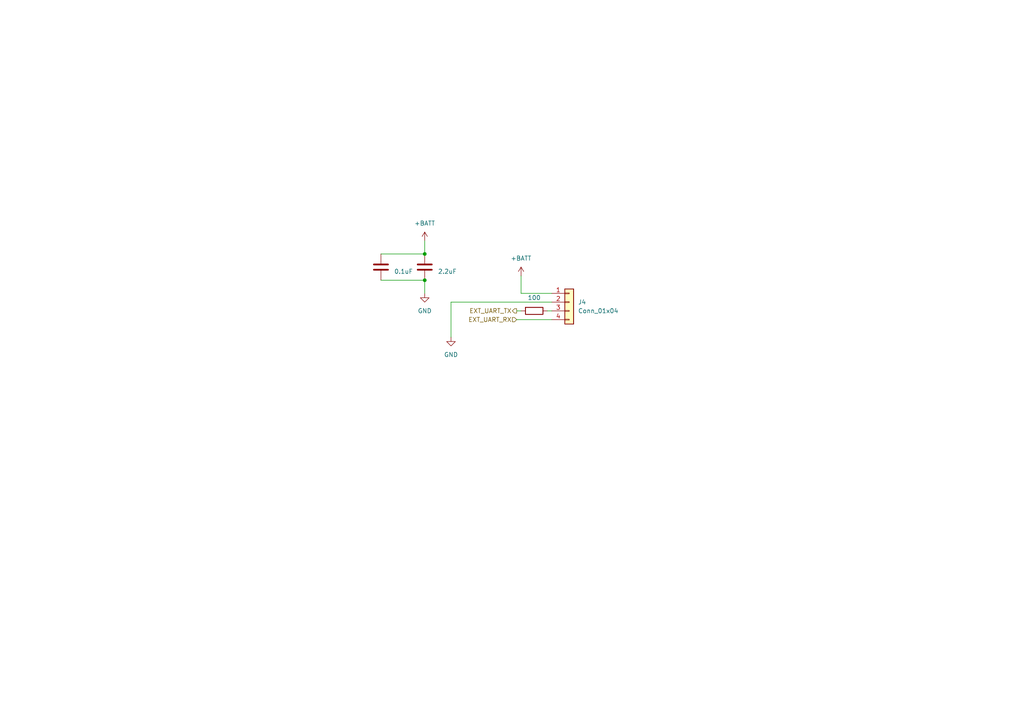
<source format=kicad_sch>
(kicad_sch (version 20230121) (generator eeschema)
  (paper "A4")
  (lib_symbols
    (symbol "Connector_Generic:Conn_01x04" (pin_names (offset 1.016) hide)
      (property "Reference" "J" (at 0 5.08 0))
      (property "Value" "Conn_01x04" (at 0 -7.62 0))
      (symbol "Conn_01x04_1_1"
        (rectangle (start -1.27 -4.953) (end 0 -5.207) (stroke (width 0.1524)))
        (rectangle (start -1.27 -2.413) (end 0 -2.667) (stroke (width 0.1524)))
        (rectangle (start -1.27 0.127) (end 0 -0.127) (stroke (width 0.1524)))
        (rectangle (start -1.27 2.667) (end 0 2.413) (stroke (width 0.1524)))
        (rectangle (start -1.27 3.81) (end 1.27 -6.35) (stroke (width 0.254)) (fill (type background)))
        (pin passive line (at -5.08 2.54 0) (length 3.81) (name "Pin_1") (number "1"))
        (pin passive line (at -5.08 0 0) (length 3.81) (name "Pin_2") (number "2"))
        (pin passive line (at -5.08 -2.54 0) (length 3.81) (name "Pin_3") (number "3"))
        (pin passive line (at -5.08 -5.08 0) (length 3.81) (name "Pin_4") (number "4"))
      )
    )
    (symbol "minimouse:C" (pin_numbers hide) (pin_names (offset 0.254))
      (property "Reference" "C" (at 0.635 2.54 0))
      (property "Value" "C" (at 0.635 -2.54 0))
      (symbol "C_0_1"
        (polyline (pts (xy -2.032 -0.762) (xy 2.032 -0.762)) (stroke (width 0.508)))
        (polyline (pts (xy -2.032 0.762) (xy 2.032 0.762)) (stroke (width 0.508)))
      )
      (symbol "C_1_1"
        (pin passive line (at 0 3.81 270) (length 2.794) (name "~") (number "1"))
        (pin passive line (at 0 -3.81 90) (length 2.794) (name "~") (number "2"))
      )
    )
    (symbol "minimouse:R" (pin_numbers hide) (pin_names (offset 0))
      (property "Reference" "R" (at 2.032 0 90))
      (property "Value" "R" (at 0 0 90))
      (symbol "R_0_1"
        (rectangle (start -1.016 -2.54) (end 1.016 2.54) (stroke (width 0.254)))
      )
      (symbol "R_1_1"
        (pin passive line (at 0 3.81 270) (length 1.27) (name "~") (number "1"))
        (pin passive line (at 0 -3.81 90) (length 1.27) (name "~") (number "2"))
      )
    )
    (symbol "power:+BATT" (power) (pin_names (offset 0))
      (property "Value" "+BATT" (at 0 3.556 0))
      (symbol "+BATT_0_1"
        (polyline (pts (xy -0.762 1.27) (xy 0 2.54)))
        (polyline (pts (xy 0 0) (xy 0 2.54)))
        (polyline (pts (xy 0 2.54) (xy 0.762 1.27)))
      )
      (symbol "+BATT_1_1"
        (pin power_in line (at 0 0 90) (length 0) hide (name "+BATT") (number "1"))
      )
    )
    (symbol "power:GND" (power) (pin_names (offset 0))
      (property "Value" "GND" (at 0 -3.81 0))
      (symbol "GND_0_1"
        (polyline (pts (xy 0 0) (xy 0 -1.27) (xy 1.27 -1.27) (xy 0 -2.54) (xy -1.27 -1.27) (xy 0 -1.27)))
      )
      (symbol "GND_1_1"
        (pin power_in line (at 0 0 270) (length 0) hide (name "GND") (number "1"))
      )
    )
  )
  (junction (at 123.19 73.66))
  (junction (at 123.19 81.28))
  (wire (pts (xy 123.19 81.28) (xy 123.19 85.09)))
  (wire (pts (xy 149.86 90.17) (xy 151.13 90.17)))
  (wire (pts (xy 149.86 92.71) (xy 160.02 92.71)))
  (wire (pts (xy 151.13 85.09) (xy 160.02 85.09)))
  (wire (pts (xy 158.75 90.17) (xy 160.02 90.17)))
  (wire (pts (xy 123.19 69.85) (xy 123.19 73.66)))
  (wire (pts (xy 110.49 81.28) (xy 123.19 81.28)))
  (wire (pts (xy 130.81 97.79) (xy 130.81 87.63)))
  (wire (pts (xy 151.13 80.01) (xy 151.13 85.09)))
  (wire (pts (xy 130.81 87.63) (xy 160.02 87.63)))
  (wire (pts (xy 110.49 73.66) (xy 123.19 73.66)))
  (hierarchical_label "EXT_UART_RX" (shape input) (at 149.86 92.71 180))
  (hierarchical_label "EXT_UART_TX" (shape output) (at 149.86 90.17 180))
  (symbol (lib_id "minimouse:C") (at 110.49 77.47 0) (unit 1)
    (property "Reference" "C17" (effects hide))
    (property "Value" "0.1uF" (at 114.3 78.74 0) (effects (justify left)))
    (property "Footprint" "Capacitor_SMD:C_0603_1608Metric" (effects hide))
    (instances (project "minimouse" (path "" (reference "C17") (unit 1)) (path "" (reference "C18") (unit 1))))
  )
  (symbol (lib_id "minimouse:C") (at 123.19 77.47 0) (unit 1)
    (property "Reference" "C13" (effects hide))
    (property "Value" "2.2uF" (at 127 78.74 0) (effects (justify left)))
    (property "Footprint" "Capacitor_SMD:C_0603_1608Metric" (effects hide))
  )
  (symbol (lib_id "power:+BATT") (at 151.13 80.01 0) (unit 1)
    (property "Reference" "#PWR023" (effects hide))
    (property "Value" "+BATT" (at 151.13 74.93 0))
  )
  (symbol (lib_id "power:+BATT") (at 123.19 69.85 0) (unit 1)
    (property "Reference" "#PWR033" (effects hide))
    (property "Value" "+BATT" (at 123.19 64.77 0))
  )
  (symbol (lib_id "minimouse:R") (at 154.94 90.17 90) (unit 1)
    (property "Reference" "R19" (effects hide))
    (property "Value" "100" (at 154.94 86.36 90))
    (property "Footprint" "Resistor_SMD:R_0603_1608Metric" (effects hide))
    (instances (project "minimouse" (path "" (reference "R19") (unit 1)) (path "" (reference "R20") (unit 1))))
  )
  (symbol (lib_id "power:GND") (at 123.19 85.09 0) (unit 1)
    (property "Reference" "#PWR032" (effects hide))
    (property "Value" "GND" (at 123.19 90.17 0))
  )
  (symbol (lib_id "power:GND") (at 130.81 97.79 0) (unit 1)
    (property "Reference" "#PWR024" (effects hide))
    (property "Value" "GND" (at 130.81 102.87 0))
  )
  (symbol (lib_id "Connector_Generic:Conn_01x04") (at 165.1 87.63 0) (unit 1)
    (property "Reference" "J4" (at 167.64 87.63 0) (effects (justify left)))
    (property "Value" "Conn_01x04" (at 167.64 90.17 0) (effects (justify left)))
    (property "Footprint" "Connector_PinHeader_2.54mm:PinHeader_1x04_P2.54mm_Vertical" (effects hide))
  )
)
</source>
